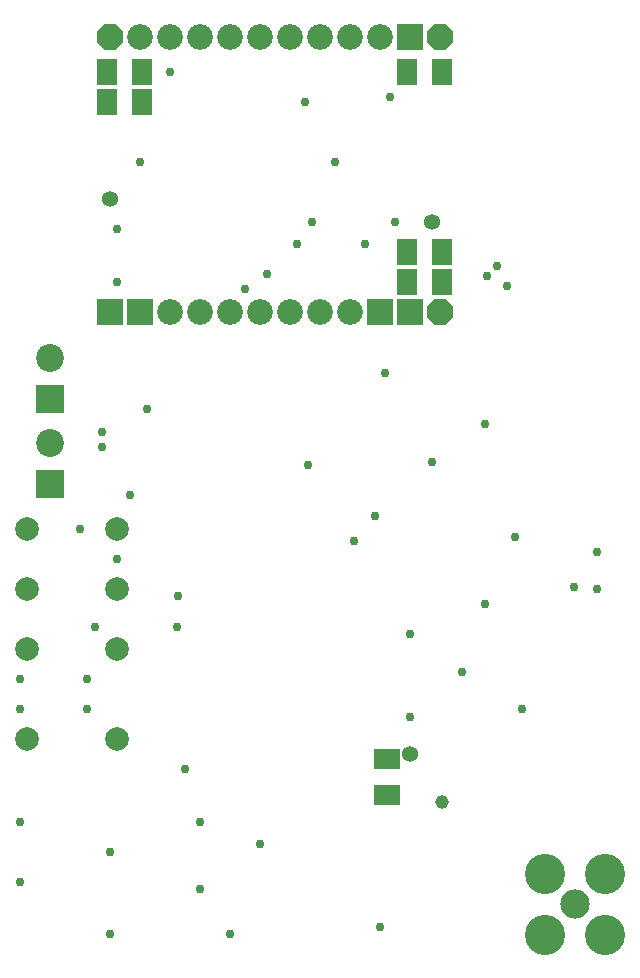
<source format=gbs>
G04 EAGLE Gerber RS-274X export*
G75*
%MOMM*%
%FSLAX34Y34*%
%LPD*%
%INSoldermask Bottom*%
%IPPOS*%
%AMOC8*
5,1,8,0,0,1.08239X$1,22.5*%
G01*
%ADD10R,1.703200X2.203200*%
%ADD11R,2.203200X1.703200*%
%ADD12R,2.183200X2.183200*%
%ADD13C,2.183200*%
%ADD14P,2.363074X8X22.500000*%
%ADD15R,2.363200X2.363200*%
%ADD16C,2.363200*%
%ADD17C,2.003200*%
%ADD18C,2.489200*%
%ADD19C,3.403600*%
%ADD20C,1.355600*%
%ADD21C,0.755600*%
%ADD22C,1.155600*%


D10*
X376950Y577850D03*
X346950Y577850D03*
X92950Y755650D03*
X122950Y755650D03*
X92950Y730250D03*
X122950Y730250D03*
X376950Y603250D03*
X346950Y603250D03*
D11*
X330200Y143750D03*
X330200Y173750D03*
D10*
X376950Y755650D03*
X346950Y755650D03*
D12*
X95250Y552450D03*
X120650Y552450D03*
D13*
X146050Y552450D03*
X171450Y552450D03*
X196850Y552450D03*
X222250Y552450D03*
X247650Y552450D03*
X273050Y552450D03*
X298450Y552450D03*
D12*
X323850Y552450D03*
X349250Y552450D03*
D14*
X374650Y552450D03*
X95250Y785450D03*
D13*
X120650Y785450D03*
X146050Y785450D03*
X171450Y785450D03*
X196850Y785450D03*
X222250Y785450D03*
X247650Y785450D03*
X273050Y785450D03*
X298450Y785450D03*
X323850Y785450D03*
D12*
X349250Y785450D03*
D14*
X374650Y785450D03*
D15*
X44550Y478600D03*
D16*
X44550Y513600D03*
D15*
X44450Y406400D03*
D16*
X44450Y441400D03*
D17*
X101600Y190500D03*
X101600Y266700D03*
X101600Y317500D03*
X101600Y368300D03*
X25400Y368300D03*
X25400Y317500D03*
X25400Y266700D03*
X25400Y190500D03*
D18*
X488950Y50800D03*
D19*
X463451Y76299D03*
X514449Y76299D03*
X514449Y25301D03*
X463451Y25301D03*
D20*
X349250Y177800D03*
D21*
X158750Y165100D03*
X222250Y101600D03*
X127000Y469900D03*
X146050Y755650D03*
X260350Y730250D03*
X285750Y679450D03*
X120650Y679450D03*
X101600Y622300D03*
X101600Y577850D03*
X254000Y609600D03*
X266700Y628650D03*
X311150Y609600D03*
X336550Y628650D03*
X209550Y571500D03*
X228600Y584200D03*
X101600Y342900D03*
X82550Y285750D03*
X152400Y285750D03*
X19050Y120650D03*
X19050Y69850D03*
X171450Y63500D03*
X95250Y25400D03*
X95250Y95250D03*
X171450Y120650D03*
X196850Y25400D03*
X323850Y31750D03*
X349250Y209550D03*
X444500Y215900D03*
X349250Y279400D03*
X412750Y304800D03*
X393700Y247650D03*
X438150Y361950D03*
X368300Y425450D03*
X412750Y457200D03*
X508000Y317500D03*
X508000Y349250D03*
X69850Y368300D03*
X19050Y241300D03*
X19050Y215900D03*
X76200Y241300D03*
X76200Y215900D03*
D20*
X368300Y628650D03*
X95250Y647700D03*
D22*
X376650Y137250D03*
D21*
X153125Y311875D03*
X88900Y438150D03*
X88900Y450850D03*
X319532Y379984D03*
X423164Y591566D03*
X302260Y358394D03*
X328168Y500888D03*
X487934Y319532D03*
X431800Y574294D03*
X332486Y734060D03*
X112268Y397256D03*
X263398Y423164D03*
X414528Y582930D03*
M02*

</source>
